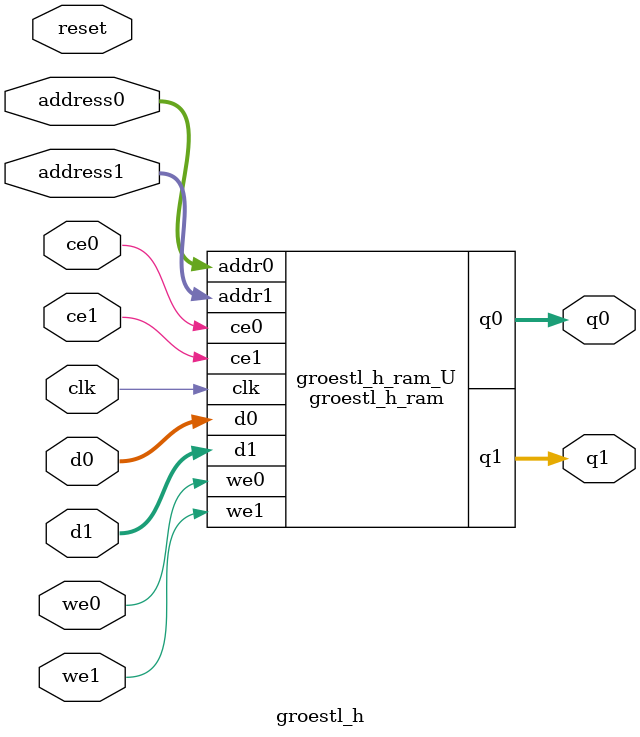
<source format=v>

`timescale 1 ns / 1 ps
module groestl_h_ram (addr0, ce0, d0, we0, q0, addr1, ce1, d1, we1, q1,  clk);

parameter DWIDTH = 8;
parameter AWIDTH = 6;
parameter MEM_SIZE = 64;

input[AWIDTH-1:0] addr0;
input ce0;
input[DWIDTH-1:0] d0;
input we0;
output reg[DWIDTH-1:0] q0;
input[AWIDTH-1:0] addr1;
input ce1;
input[DWIDTH-1:0] d1;
input we1;
output reg[DWIDTH-1:0] q1;
input clk;

(* ram_style = "block" *)reg [DWIDTH-1:0] ram[0:MEM_SIZE-1];




always @(posedge clk)  
begin 
    if (ce0) 
    begin
        if (we0) 
        begin 
            ram[addr0] <= d0; 
            q0 <= d0;
        end 
        else 
            q0 <= ram[addr0];
    end
end


always @(posedge clk)  
begin 
    if (ce1) 
    begin
        if (we1) 
        begin 
            ram[addr1] <= d1; 
            q1 <= d1;
        end 
        else 
            q1 <= ram[addr1];
    end
end


endmodule


`timescale 1 ns / 1 ps
module groestl_h(
    reset,
    clk,
    address0,
    ce0,
    we0,
    d0,
    q0,
    address1,
    ce1,
    we1,
    d1,
    q1);

parameter DataWidth = 32'd8;
parameter AddressRange = 32'd64;
parameter AddressWidth = 32'd6;
input reset;
input clk;
input[AddressWidth - 1:0] address0;
input ce0;
input we0;
input[DataWidth - 1:0] d0;
output[DataWidth - 1:0] q0;
input[AddressWidth - 1:0] address1;
input ce1;
input we1;
input[DataWidth - 1:0] d1;
output[DataWidth - 1:0] q1;



groestl_h_ram groestl_h_ram_U(
    .clk( clk ),
    .addr0( address0 ),
    .ce0( ce0 ),
    .d0( d0 ),
    .we0( we0 ),
    .q0( q0 ),
    .addr1( address1 ),
    .ce1( ce1 ),
    .d1( d1 ),
    .we1( we1 ),
    .q1( q1 ));

endmodule


</source>
